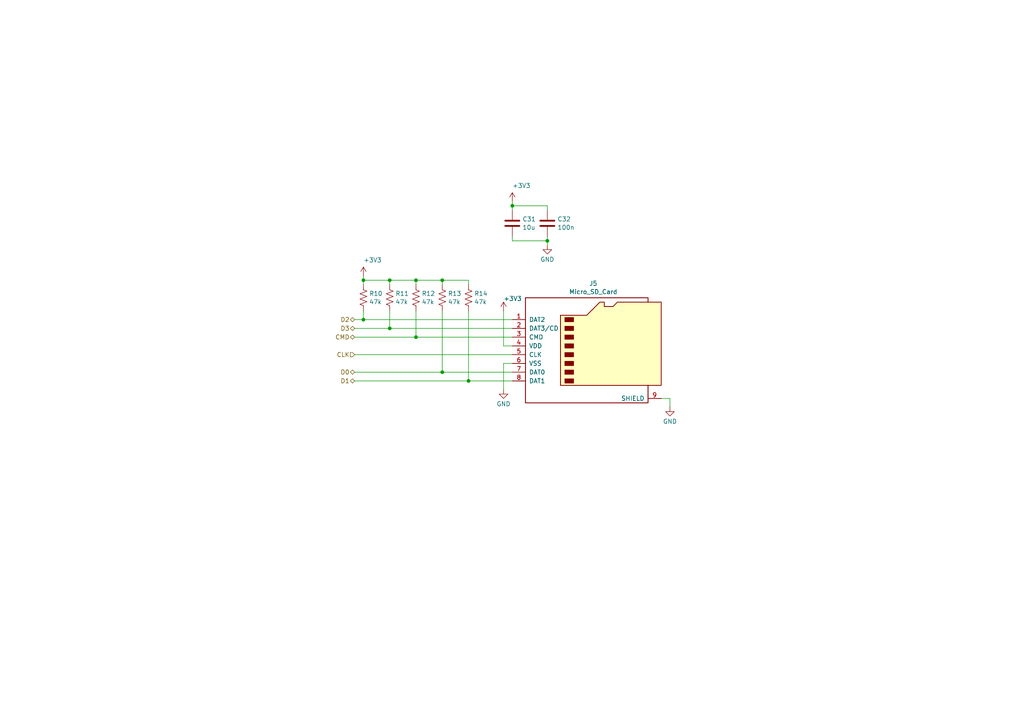
<source format=kicad_sch>
(kicad_sch (version 20250114) (generator "eeschema") (generator_version "9.0")
  (paper "A4")
  (lib_symbols
    (symbol "Connector:Micro_SD_Card" (pin_names (offset 1.016))
      (property "Reference" "J" (at -16.51 15.24 0))
      (property "Value" "Micro_SD_Card" (at 16.51 15.24 0))
      (symbol "Micro_SD_Card_0_1"
        (polyline (pts (xy -8.89 -11.43) (xy -8.89 8.89) (xy -1.27 8.89) (xy 2.54 12.7) (xy 3.81 12.7) (xy 3.81 11.43) (xy 6.35 11.43) (xy 7.62 12.7) (xy 20.32 12.7) (xy 20.32 -11.43) (xy -8.89 -11.43)) (stroke (width 0.254)) (fill (type background)))
        (rectangle (start -7.62 8.255) (end -5.08 6.985) (fill (type outline)))
        (rectangle (start -7.62 5.715) (end -5.08 4.445) (fill (type outline)))
        (rectangle (start -7.62 3.175) (end -5.08 1.905) (fill (type outline)))
        (rectangle (start -7.62 0.635) (end -5.08 -0.635) (fill (type outline)))
        (rectangle (start -7.62 -1.905) (end -5.08 -3.175) (fill (type outline)))
        (rectangle (start -7.62 -4.445) (end -5.08 -5.715) (fill (type outline)))
        (rectangle (start -7.62 -6.985) (end -5.08 -8.255) (fill (type outline)))
        (rectangle (start -7.62 -9.525) (end -5.08 -10.795) (fill (type outline)))
        (polyline (pts (xy 16.51 12.7) (xy 16.51 13.97) (xy -19.05 13.97) (xy -19.05 -16.51) (xy 16.51 -16.51) (xy 16.51 -11.43)) (stroke (width 0.254)))
      )
      (symbol "Micro_SD_Card_1_1"
        (pin bidirectional line (at -22.86 7.62 0) (length 3.81) (name "DAT2") (number "1"))
        (pin bidirectional line (at -22.86 5.08 0) (length 3.81) (name "DAT3/CD") (number "2"))
        (pin input line (at -22.86 2.54 0) (length 3.81) (name "CMD") (number "3"))
        (pin power_in line (at -22.86 0 0) (length 3.81) (name "VDD") (number "4"))
        (pin input line (at -22.86 -2.54 0) (length 3.81) (name "CLK") (number "5"))
        (pin power_in line (at -22.86 -5.08 0) (length 3.81) (name "VSS") (number "6"))
        (pin bidirectional line (at -22.86 -7.62 0) (length 3.81) (name "DAT0") (number "7"))
        (pin bidirectional line (at -22.86 -10.16 0) (length 3.81) (name "DAT1") (number "8"))
        (pin passive line (at 20.32 -15.24 180) (length 3.81) (name "SHIELD") (number "9"))
      )
    )
    (symbol "Device:C" (pin_numbers (hide yes)) (pin_names (offset 0.254))
      (property "Reference" "C" (at 0.635 2.54 0))
      (property "Value" "C" (at 0.635 -2.54 0))
      (symbol "C_0_1"
        (polyline (pts (xy -2.032 0.762) (xy 2.032 0.762)) (stroke (width 0.508)))
        (polyline (pts (xy -2.032 -0.762) (xy 2.032 -0.762)) (stroke (width 0.508)))
      )
      (symbol "C_1_1"
        (pin passive line (at 0 3.81 270) (length 2.794) (name "~") (number "1"))
        (pin passive line (at 0 -3.81 90) (length 2.794) (name "~") (number "2"))
      )
    )
    (symbol "Device:R_US" (pin_numbers (hide yes)) (pin_names (offset 0))
      (property "Reference" "R" (at 2.54 0 90))
      (property "Value" "R_US" (at -2.54 0 90))
      (symbol "R_US_0_1"
        (polyline (pts (xy 0 2.286) (xy 0 2.54)))
        (polyline (pts (xy 0 2.286) (xy 1.016 1.905) (xy 0 1.524) (xy -1.016 1.143) (xy 0 0.762)))
        (polyline (pts (xy 0 0.762) (xy 1.016 0.381) (xy 0 0) (xy -1.016 -0.381) (xy 0 -0.762)))
        (polyline (pts (xy 0 -0.762) (xy 1.016 -1.143) (xy 0 -1.524) (xy -1.016 -1.905) (xy 0 -2.286)))
        (polyline (pts (xy 0 -2.286) (xy 0 -2.54)))
      )
      (symbol "R_US_1_1"
        (pin passive line (at 0 3.81 270) (length 1.27) (name "~") (number "1"))
        (pin passive line (at 0 -3.81 90) (length 1.27) (name "~") (number "2"))
      )
    )
    (symbol "power:+2V8" (power) (pin_names (offset 0))
      (property "Value" "+2V8" (at 0 3.556 0))
      (symbol "+2V8_0_1"
        (polyline (pts (xy -0.762 1.27) (xy 0 2.54)))
        (polyline (pts (xy 0 2.54) (xy 0.762 1.27)))
        (polyline (pts (xy 0 0) (xy 0 2.54)))
      )
      (symbol "+2V8_1_1"
        (pin power_in line (at 0 0 90) (length 0) (hide yes) (name "+2V8") (number "1"))
      )
    )
    (symbol "power:GND" (power) (pin_names (offset 0))
      (property "Value" "GND" (at 0 -3.81 0))
      (symbol "GND_0_1"
        (polyline (pts (xy 0 0) (xy 0 -1.27) (xy 1.27 -1.27) (xy 0 -2.54) (xy -1.27 -1.27) (xy 0 -1.27)))
      )
      (symbol "GND_1_1"
        (pin power_in line (at 0 0 270) (length 0) (hide yes) (name "GND") (number "1"))
      )
    )
  )
  (junction (at 128.27 81.28))
  (junction (at 113.03 81.28))
  (junction (at 128.27 107.95))
  (junction (at 105.41 81.28))
  (junction (at 113.03 95.25))
  (junction (at 158.75 69.85))
  (junction (at 148.59 59.69))
  (junction (at 120.65 81.28))
  (junction (at 105.41 92.71))
  (junction (at 135.89 110.49))
  (junction (at 120.65 97.79))
  (wire (pts (xy 113.03 95.25) (xy 148.59 95.25)))
  (wire (pts (xy 146.05 90.17) (xy 146.05 100.33)))
  (wire (pts (xy 158.75 69.85) (xy 158.75 71.12)))
  (wire (pts (xy 105.41 80.01) (xy 105.41 81.28)))
  (wire (pts (xy 113.03 81.28) (xy 113.03 82.55)))
  (wire (pts (xy 146.05 105.41) (xy 148.59 105.41)))
  (wire (pts (xy 113.03 81.28) (xy 120.65 81.28)))
  (wire (pts (xy 102.87 95.25) (xy 113.03 95.25)))
  (wire (pts (xy 120.65 81.28) (xy 120.65 82.55)))
  (wire (pts (xy 120.65 81.28) (xy 128.27 81.28)))
  (wire (pts (xy 158.75 68.58) (xy 158.75 69.85)))
  (wire (pts (xy 158.75 59.69) (xy 158.75 60.96)))
  (wire (pts (xy 148.59 68.58) (xy 148.59 69.85)))
  (wire (pts (xy 148.59 58.42) (xy 148.59 59.69)))
  (wire (pts (xy 128.27 81.28) (xy 128.27 82.55)))
  (wire (pts (xy 113.03 90.17) (xy 113.03 95.25)))
  (wire (pts (xy 120.65 90.17) (xy 120.65 97.79)))
  (wire (pts (xy 102.87 92.71) (xy 105.41 92.71)))
  (wire (pts (xy 135.89 81.28) (xy 135.89 82.55)))
  (wire (pts (xy 102.87 110.49) (xy 135.89 110.49)))
  (wire (pts (xy 120.65 97.79) (xy 148.59 97.79)))
  (wire (pts (xy 146.05 113.03) (xy 146.05 105.41)))
  (wire (pts (xy 105.41 81.28) (xy 113.03 81.28)))
  (wire (pts (xy 128.27 81.28) (xy 135.89 81.28)))
  (wire (pts (xy 194.31 118.11) (xy 194.31 115.57)))
  (wire (pts (xy 135.89 90.17) (xy 135.89 110.49)))
  (wire (pts (xy 102.87 97.79) (xy 120.65 97.79)))
  (wire (pts (xy 128.27 90.17) (xy 128.27 107.95)))
  (wire (pts (xy 148.59 69.85) (xy 158.75 69.85)))
  (wire (pts (xy 194.31 115.57) (xy 191.77 115.57)))
  (wire (pts (xy 148.59 59.69) (xy 148.59 60.96)))
  (wire (pts (xy 105.41 81.28) (xy 105.41 82.55)))
  (wire (pts (xy 105.41 92.71) (xy 105.41 90.17)))
  (wire (pts (xy 148.59 59.69) (xy 158.75 59.69)))
  (wire (pts (xy 128.27 107.95) (xy 148.59 107.95)))
  (wire (pts (xy 105.41 92.71) (xy 148.59 92.71)))
  (wire (pts (xy 102.87 107.95) (xy 128.27 107.95)))
  (wire (pts (xy 102.87 102.87) (xy 148.59 102.87)))
  (wire (pts (xy 146.05 100.33) (xy 148.59 100.33)))
  (wire (pts (xy 135.89 110.49) (xy 148.59 110.49)))
  (hierarchical_label "D2" (shape bidirectional) (at 102.87 92.71 180))
  (hierarchical_label "CMD" (shape bidirectional) (at 102.87 97.79 180))
  (hierarchical_label "D0" (shape bidirectional) (at 102.87 107.95 180))
  (hierarchical_label "D3" (shape bidirectional) (at 102.87 95.25 180))
  (hierarchical_label "CLK" (shape input) (at 102.87 102.87 180))
  (hierarchical_label "D1" (shape bidirectional) (at 102.87 110.49 180))
  (symbol (lib_id "Device:C") (at 148.59 64.77 0) (unit 1)
    (property "Reference" "C31" (at 151.511 63.5579 0) (effects (justify left)))
    (property "Value" "10u" (at 151.511 65.9821 0) (effects (justify left)))
    (property "Footprint" "Capacitor_SMD:C_0603_1608Metric_Pad1.08x0.95mm_HandSolder" (effects (hide yes)))
  )
  (symbol (lib_id "power:+2V8") (at 146.05 90.17 0) (unit 1)
    (property "Reference" "#PWR060" (effects (hide yes)))
    (property "Value" "+3V3" (at 146.05 86.614 0) (effects (justify left)))
  )
  (symbol (lib_id "Connector:Micro_SD_Card") (at 171.45 100.33 0) (unit 1)
    (property "Reference" "J5" (at 172.085 82.2157 0))
    (property "Value" "Micro_SD_Card" (at 172.085 84.6399 0))
    (property "Footprint" "canhw_footprints:microSD_Molex_WM6698CT-ND" (effects (hide yes)))
    (property "Datasheet" "http://katalog.we-online.de/em/datasheet/693072010801.pdf" (effects (hide yes)))
  )
  (symbol (lib_id "Device:R_US") (at 120.65 86.36 0) (unit 1)
    (property "Reference" "R12" (at 122.301 85.1479 0) (effects (justify left)))
    (property "Value" "47k" (at 122.301 87.5721 0) (effects (justify left)))
    (property "Footprint" "Resistor_SMD:R_0603_1608Metric_Pad0.98x0.95mm_HandSolder" (effects (hide yes)))
  )
  (symbol (lib_id "power:GND") (at 158.75 71.12 0) (unit 1)
    (property "Reference" "#PWR063" (effects (hide yes)))
    (property "Value" "GND" (at 158.75 75.2531 0))
  )
  (symbol (lib_id "Device:R_US") (at 105.41 86.36 0) (unit 1)
    (property "Reference" "R10" (at 107.061 85.1479 0) (effects (justify left)))
    (property "Value" "47k" (at 107.061 87.5721 0) (effects (justify left)))
    (property "Footprint" "Resistor_SMD:R_0603_1608Metric_Pad0.98x0.95mm_HandSolder" (effects (hide yes)))
  )
  (symbol (lib_id "power:+2V8") (at 148.59 58.42 0) (unit 1)
    (property "Reference" "#PWR062" (effects (hide yes)))
    (property "Value" "+3V3" (at 148.59 53.848 0) (effects (justify left)))
  )
  (symbol (lib_id "Device:C") (at 158.75 64.77 0) (unit 1)
    (property "Reference" "C32" (at 161.671 63.5579 0) (effects (justify left)))
    (property "Value" "100n" (at 161.671 65.9821 0) (effects (justify left)))
    (property "Footprint" "Capacitor_SMD:C_0603_1608Metric_Pad1.08x0.95mm_HandSolder" (effects (hide yes)))
  )
  (symbol (lib_id "Device:R_US") (at 135.89 86.36 0) (unit 1)
    (property "Reference" "R14" (at 137.541 85.1479 0) (effects (justify left)))
    (property "Value" "47k" (at 137.541 87.5721 0) (effects (justify left)))
    (property "Footprint" "Resistor_SMD:R_0603_1608Metric_Pad0.98x0.95mm_HandSolder" (effects (hide yes)))
  )
  (symbol (lib_id "power:+2V8") (at 105.41 80.01 0) (unit 1)
    (property "Reference" "#PWR059" (effects (hide yes)))
    (property "Value" "+3V3" (at 105.41 75.438 0) (effects (justify left)))
  )
  (symbol (lib_id "Device:R_US") (at 128.27 86.36 0) (unit 1)
    (property "Reference" "R13" (at 129.921 85.1479 0) (effects (justify left)))
    (property "Value" "47k" (at 129.921 87.5721 0) (effects (justify left)))
    (property "Footprint" "Resistor_SMD:R_0603_1608Metric_Pad0.98x0.95mm_HandSolder" (effects (hide yes)))
  )
  (symbol (lib_id "power:GND") (at 146.05 113.03 0) (unit 1)
    (property "Reference" "#PWR061" (effects (hide yes)))
    (property "Value" "GND" (at 146.05 117.1631 0))
  )
  (symbol (lib_id "power:GND") (at 194.31 118.11 0) (unit 1)
    (property "Reference" "#PWR064" (effects (hide yes)))
    (property "Value" "GND" (at 194.31 122.2431 0))
  )
  (symbol (lib_id "Device:R_US") (at 113.03 86.36 0) (unit 1)
    (property "Reference" "R11" (at 114.681 85.1479 0) (effects (justify left)))
    (property "Value" "47k" (at 114.681 87.5721 0) (effects (justify left)))
    (property "Footprint" "Resistor_SMD:R_0603_1608Metric_Pad0.98x0.95mm_HandSolder" (effects (hide yes)))
  )
)
</source>
